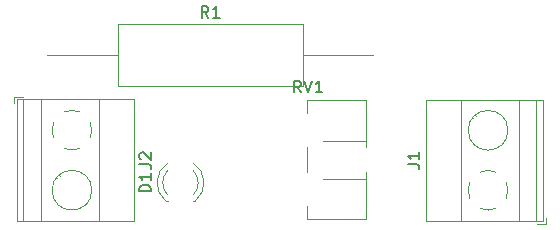
<source format=gbr>
%TF.GenerationSoftware,KiCad,Pcbnew,(6.0.5)*%
%TF.CreationDate,2022-06-22T13:27:10+07:00*%
%TF.ProjectId,bien-ap-cho-mo-han,6269656e-2d61-4702-9d63-686f2d6d6f2d,rev?*%
%TF.SameCoordinates,Original*%
%TF.FileFunction,Legend,Top*%
%TF.FilePolarity,Positive*%
%FSLAX46Y46*%
G04 Gerber Fmt 4.6, Leading zero omitted, Abs format (unit mm)*
G04 Created by KiCad (PCBNEW (6.0.5)) date 2022-06-22 13:27:10*
%MOMM*%
%LPD*%
G01*
G04 APERTURE LIST*
%ADD10C,0.150000*%
%ADD11C,0.120000*%
G04 APERTURE END LIST*
D10*
%TO.C,R1*%
X130003333Y-82557380D02*
X129670000Y-82081190D01*
X129431904Y-82557380D02*
X129431904Y-81557380D01*
X129812857Y-81557380D01*
X129908095Y-81605000D01*
X129955714Y-81652619D01*
X130003333Y-81747857D01*
X130003333Y-81890714D01*
X129955714Y-81985952D01*
X129908095Y-82033571D01*
X129812857Y-82081190D01*
X129431904Y-82081190D01*
X130955714Y-82557380D02*
X130384285Y-82557380D01*
X130670000Y-82557380D02*
X130670000Y-81557380D01*
X130574761Y-81700238D01*
X130479523Y-81795476D01*
X130384285Y-81843095D01*
%TO.C,J2*%
X124152380Y-94943333D02*
X124866666Y-94943333D01*
X125009523Y-94990952D01*
X125104761Y-95086190D01*
X125152380Y-95229047D01*
X125152380Y-95324285D01*
X124247619Y-94514761D02*
X124200000Y-94467142D01*
X124152380Y-94371904D01*
X124152380Y-94133809D01*
X124200000Y-94038571D01*
X124247619Y-93990952D01*
X124342857Y-93943333D01*
X124438095Y-93943333D01*
X124580952Y-93990952D01*
X125152380Y-94562380D01*
X125152380Y-93943333D01*
%TO.C,J1*%
X146862380Y-94948333D02*
X147576666Y-94948333D01*
X147719523Y-94995952D01*
X147814761Y-95091190D01*
X147862380Y-95234047D01*
X147862380Y-95329285D01*
X147862380Y-93948333D02*
X147862380Y-94519761D01*
X147862380Y-94234047D02*
X146862380Y-94234047D01*
X147005238Y-94329285D01*
X147100476Y-94424523D01*
X147148095Y-94519761D01*
%TO.C,D1*%
X125122380Y-97258095D02*
X124122380Y-97258095D01*
X124122380Y-97020000D01*
X124170000Y-96877142D01*
X124265238Y-96781904D01*
X124360476Y-96734285D01*
X124550952Y-96686666D01*
X124693809Y-96686666D01*
X124884285Y-96734285D01*
X124979523Y-96781904D01*
X125074761Y-96877142D01*
X125122380Y-97020000D01*
X125122380Y-97258095D01*
X125122380Y-95734285D02*
X125122380Y-96305714D01*
X125122380Y-96020000D02*
X124122380Y-96020000D01*
X124265238Y-96115238D01*
X124360476Y-96210476D01*
X124408095Y-96305714D01*
%TO.C,RV1*%
X137834761Y-88877380D02*
X137501428Y-88401190D01*
X137263333Y-88877380D02*
X137263333Y-87877380D01*
X137644285Y-87877380D01*
X137739523Y-87925000D01*
X137787142Y-87972619D01*
X137834761Y-88067857D01*
X137834761Y-88210714D01*
X137787142Y-88305952D01*
X137739523Y-88353571D01*
X137644285Y-88401190D01*
X137263333Y-88401190D01*
X138120476Y-87877380D02*
X138453809Y-88877380D01*
X138787142Y-87877380D01*
X139644285Y-88877380D02*
X139072857Y-88877380D01*
X139358571Y-88877380D02*
X139358571Y-87877380D01*
X139263333Y-88020238D01*
X139168095Y-88115476D01*
X139072857Y-88163095D01*
D11*
%TO.C,R1*%
X116370000Y-85725000D02*
X122300000Y-85725000D01*
X143970000Y-85725000D02*
X138040000Y-85725000D01*
X122300000Y-83105000D02*
X122300000Y-88345000D01*
X122300000Y-88345000D02*
X138040000Y-88345000D01*
X138040000Y-88345000D02*
X138040000Y-83105000D01*
X138040000Y-83105000D02*
X122300000Y-83105000D01*
%TO.C,J2*%
X119715000Y-98220000D02*
X119679000Y-98185000D01*
X113780000Y-89470000D02*
X113780000Y-99750000D01*
X117201000Y-96116000D02*
X117166000Y-96081000D01*
X113540000Y-89230000D02*
X113540000Y-89730000D01*
X123701000Y-89470000D02*
X113780000Y-89470000D01*
X115840000Y-89470000D02*
X115840000Y-99750000D01*
X120741000Y-89470000D02*
X120741000Y-99750000D01*
X119509000Y-98425000D02*
X119463000Y-98378000D01*
X114280000Y-89230000D02*
X113540000Y-89230000D01*
X123701000Y-99750000D02*
X113780000Y-99750000D01*
X123701000Y-89470000D02*
X123701000Y-99750000D01*
X117417000Y-95923000D02*
X117371000Y-95876000D01*
X114340000Y-89470000D02*
X114340000Y-99750000D01*
X119124000Y-90535000D02*
G75*
G03*
X117756958Y-90534573I-684001J-1534993D01*
G01*
X116905000Y-91386000D02*
G75*
G03*
X116759747Y-92098805I1535001J-683999D01*
G01*
X116760000Y-92070000D02*
G75*
G03*
X116905244Y-92753318I1680000J0D01*
G01*
X119975000Y-92754000D02*
G75*
G03*
X119975427Y-91386958I-1534993J684001D01*
G01*
X117756000Y-93605001D02*
G75*
G03*
X119123042Y-93605427I684000J1535001D01*
G01*
X120120000Y-97150000D02*
G75*
G03*
X120120000Y-97150000I-1680000J0D01*
G01*
%TO.C,J1*%
X148409000Y-89475000D02*
X158330000Y-89475000D01*
X154909000Y-93109000D02*
X154944000Y-93144000D01*
X158570000Y-99995000D02*
X158570000Y-99495000D01*
X157770000Y-99755000D02*
X157770000Y-89475000D01*
X152601000Y-90800000D02*
X152647000Y-90847000D01*
X148409000Y-99755000D02*
X158330000Y-99755000D01*
X148409000Y-99755000D02*
X148409000Y-89475000D01*
X158330000Y-99755000D02*
X158330000Y-89475000D01*
X156270000Y-99755000D02*
X156270000Y-89475000D01*
X154693000Y-93302000D02*
X154739000Y-93349000D01*
X152395000Y-91005000D02*
X152431000Y-91040000D01*
X151369000Y-99755000D02*
X151369000Y-89475000D01*
X157830000Y-99995000D02*
X158570000Y-99995000D01*
X155205000Y-97839000D02*
G75*
G03*
X155350253Y-97126195I-1535001J683999D01*
G01*
X154354000Y-95619999D02*
G75*
G03*
X152986958Y-95619573I-684000J-1535001D01*
G01*
X152135000Y-96471000D02*
G75*
G03*
X152134573Y-97838042I1534993J-684001D01*
G01*
X152986000Y-98690000D02*
G75*
G03*
X154353042Y-98690427I684001J1534993D01*
G01*
X155350000Y-97155000D02*
G75*
G03*
X155204756Y-96471682I-1680000J0D01*
G01*
X155350000Y-92075000D02*
G75*
G03*
X155350000Y-92075000I-1680000J0D01*
G01*
%TO.C,D1*%
X128710000Y-98080000D02*
X128866000Y-98080000D01*
X126394000Y-98080000D02*
X126550000Y-98080000D01*
X128865516Y-98080000D02*
G75*
G03*
X128708608Y-94847665I-1235516J1560000D01*
G01*
X126550163Y-95478870D02*
G75*
G03*
X126550000Y-97560961I1079837J-1041130D01*
G01*
X128710000Y-97560961D02*
G75*
G03*
X128709837Y-95478870I-1080000J1040961D01*
G01*
X126551392Y-94847665D02*
G75*
G03*
X126394484Y-98080000I1078608J-1672335D01*
G01*
%TO.C,RV1*%
X143350000Y-95648000D02*
X143350000Y-96195000D01*
X143350000Y-95648000D02*
X143350000Y-99595000D01*
X138309000Y-89554000D02*
X138309000Y-90649000D01*
X138309000Y-89554000D02*
X143350000Y-89554000D01*
X138309000Y-93501000D02*
X138309000Y-95650000D01*
X143350000Y-92955000D02*
X143350000Y-93503000D01*
X138309000Y-93501000D02*
X138309000Y-95650000D01*
X138309000Y-99595000D02*
X143350000Y-99595000D01*
X139667000Y-96195000D02*
X143350000Y-96195000D01*
X138309000Y-98500000D02*
X138309000Y-99595000D01*
X139667000Y-92955000D02*
X143350000Y-92955000D01*
X143350000Y-89554000D02*
X143350000Y-93503000D01*
%TD*%
M02*

</source>
